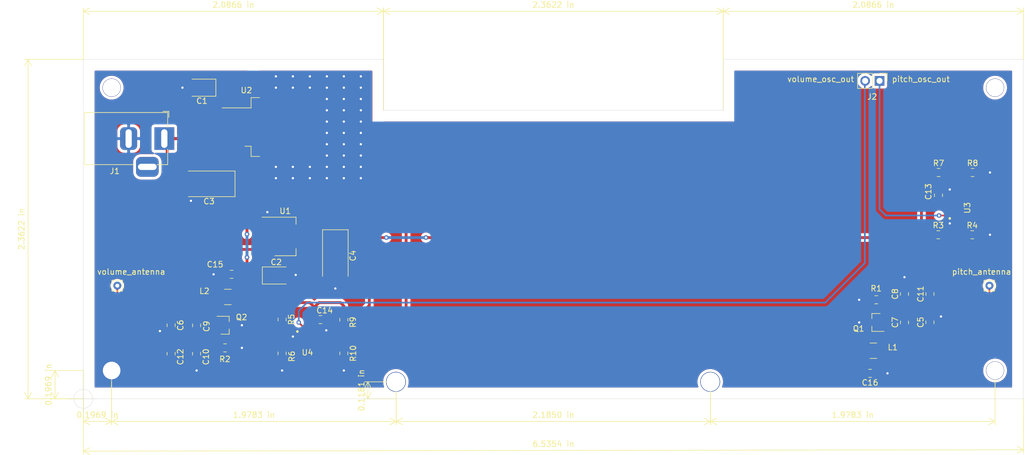
<source format=kicad_pcb>
(kicad_pcb (version 20171130) (host pcbnew "(5.1.4)-1")
  (layers (0 F.Cu signal) (31 B.Cu power) (34 B.Paste user) (35 F.Paste user) (36 B.SilkS user) (37 F.SilkS user) (38 B.Mask user) (39 F.Mask user) (44 Edge.Cuts user))
  (net 0 "")
  (net 1 GND)
  (net 2 +12V)
  (net 3 +9VA)
  (net 4 +3V3)
  (net 5 pitch_antenna)
  (net 6 volume_antenna)
  (net 7 "Net-(C11-Pad1)")
  (net 8 "Net-(C10-Pad1)")
  (net 9 "Net-(C11-Pad2)")
  (net 10 "Net-(C12-Pad2)")
  (net 11 pitch_osc_out)
  (net 12 "Net-(R7-Pad2)")
  (net 13 "Net-(R10-Pad1)")
  (net 14 volume_osc_out)
  (module Connector_PinHeader_2.54mm:PinHeader_1x02_P2.54mm_Vertical (layer F.Cu) (at 190.6 63.8 270)
    (fp_text reference J2 (at 2.8 1.3 180) (layer F.SilkS))
    (fp_text value Conn_01x02_Male)
    (pad 2 thru_hole oval (at 0 2.54 270) (size 1.7 1.7) (drill 1.07) (layers *.Cu *.Mask) (net 14 volume_osc_out))
    (pad 1 thru_hole rect (at 0 0 270) (size 1.7 1.7) (drill 1.07) (layers *.Cu *.Mask) (net 11 pitch_osc_out))
  )
  (module Capacitor_Tantalum_SMD:CP_EIA-3528-21_Kemet-B (layer F.Cu) (at 84.0625 98.2)
    (fp_text reference C2 (at 0 -2.35) (layer F.SilkS))
    (fp_text value 10uF)
    (pad 2 smd roundrect (at 1.5375 0) (size 1.725 2.35) (layers F.Cu F.Paste F.Mask) (roundrect_rratio 0.189) (net 1 GND))
    (pad 1 smd roundrect (at -1.5375 0) (size 1.725 2.35) (layers F.Cu F.Paste F.Mask) (roundrect_rratio 0.189) (net 2 +12V))
  )
  (module Capacitor_Tantalum_SMD:CP_EIA-3528-21_Kemet-B (layer F.Cu) (at 70.9375 65 180)
    (fp_text reference C1 (at 0 -2.35) (layer F.SilkS))
    (fp_text value 10uF)
    (pad 2 smd roundrect (at 1.5375 0 180) (size 1.725 2.35) (layers F.Cu F.Paste F.Mask) (roundrect_rratio 0.189) (net 1 GND))
    (pad 1 smd roundrect (at -1.5375 0 180) (size 1.725 2.35) (layers F.Cu F.Paste F.Mask) (roundrect_rratio 0.189) (net 2 +12V))
  )
  (module PCB_Pitch_Antenna:SC6 (layer F.Cu) (at 203.35 87)
    (fp_text reference U3 (at 2.75 -0.75 90) (layer F.SilkS))
    (fp_text value LTC6752-4)
    (pad 1 smd rect (at 0 0) (size 0.45 1) (layers F.Cu F.Mask) (net 11 pitch_osc_out))
    (pad 2 smd rect (at 0.65 0) (size 0.45 1) (layers F.Cu F.Mask) (net 1 GND))
    (pad 3 smd rect (at 1.3 0) (size 0.45 1) (layers F.Cu F.Mask) (net 9 "Net-(C11-Pad2)"))
    (pad 4 smd rect (at 1.3 -1.8) (size 0.45 1) (layers F.Cu F.Mask) (net 12 "Net-(R7-Pad2)"))
    (pad 5 smd rect (at 0.65 -1.8) (size 0.45 1) (layers F.Cu F.Mask) (net 4 +3V3))
    (pad 6 smd rect (at 0 -1.8) (size 0.45 1) (layers F.Cu F.Mask) (net 4 +3V3))
  )
  (module PCB_Pitch_Antenna:SC6 (layer F.Cu) (at 89 108.35 270)
    (fp_text reference U4 (at 3.46 -0.58) (layer F.SilkS))
    (fp_text value LTC6752-4)
    (pad 1 smd rect (at 0 0 270) (size 0.45 1) (layers F.Cu F.Mask) (net 14 volume_osc_out))
    (pad 2 smd rect (at 0.65 0 270) (size 0.45 1) (layers F.Cu F.Mask) (net 1 GND))
    (pad 3 smd rect (at 1.3 0 270) (size 0.45 1) (layers F.Cu F.Mask) (net 10 "Net-(C12-Pad2)"))
    (pad 4 smd rect (at 1.3 -1.8 270) (size 0.45 1) (layers F.Cu F.Mask) (net 13 "Net-(R10-Pad1)"))
    (pad 5 smd rect (at 0.65 -1.8 270) (size 0.45 1) (layers F.Cu F.Mask) (net 4 +3V3))
    (pad 6 smd rect (at 0 -1.8 270) (size 0.45 1) (layers F.Cu F.Mask) (net 4 +3V3))
  )
  (module Capacitor_SMD:C_0805_2012Metric_Pad1.15x1.40mm_HandSolder (layer F.Cu) (at 188.925 115.5 180)
    (fp_text reference C16 (at 0 -1.65) (layer F.SilkS))
    (fp_text value 100n)
    (pad 2 smd roundrect (at 1.025 0 180) (size 1.15 1.4) (layers F.Cu F.Paste F.Mask) (roundrect_rratio 0.217391) (net 3 +9VA))
    (pad 1 smd roundrect (at -1.025 0 180) (size 1.15 1.4) (layers F.Cu F.Paste F.Mask) (roundrect_rratio 0.217391) (net 1 GND))
  )
  (module Capacitor_SMD:C_0805_2012Metric_Pad1.15x1.40mm_HandSolder (layer F.Cu) (at 76.175 98)
    (fp_text reference C15 (at -2.905 -1.75) (layer F.SilkS))
    (fp_text value 100n)
    (pad 2 smd roundrect (at 1.025 0) (size 1.15 1.4) (layers F.Cu F.Paste F.Mask) (roundrect_rratio 0.217391) (net 3 +9VA))
    (pad 1 smd roundrect (at -1.025 0) (size 1.15 1.4) (layers F.Cu F.Paste F.Mask) (roundrect_rratio 0.217391) (net 1 GND))
  )
  (module Package_TO_SOT_SMD:TO-263-2 (layer F.Cu) (at 82.575 71.96)
    (fp_text reference U2 (at -3.775 -6.49) (layer F.SilkS))
    (fp_text value MC7809CD2TG)
    (pad 2 smd rect (at 3.375 0) (size 9.7 12) (layers F.Cu F.Mask) (net 1 GND))
    (pad 3 smd rect (at -5.775 2.54) (size 6 2.32) (layers F.Cu F.Paste F.Mask) (net 3 +9VA))
    (pad 1 smd rect (at -5.775 -2.54) (size 6 2.32) (layers F.Cu F.Paste F.Mask) (net 2 +12V))
  )
  (module Capacitor_SMD:C_0805_2012Metric_Pad1.15x1.40mm_HandSolder (layer F.Cu) (at 91.875 106)
    (fp_text reference C14 (at 0.745 -1.62) (layer F.SilkS))
    (fp_text value 100n)
    (pad 2 smd roundrect (at 1.025 0) (size 1.15 1.4) (layers F.Cu F.Paste F.Mask) (roundrect_rratio 0.217391) (net 1 GND))
    (pad 1 smd roundrect (at -1.025 0) (size 1.15 1.4) (layers F.Cu F.Paste F.Mask) (roundrect_rratio 0.217391) (net 4 +3V3))
  )
  (module Capacitor_SMD:C_0805_2012Metric_Pad1.15x1.40mm_HandSolder (layer F.Cu) (at 201 84.025 90)
    (fp_text reference C13 (at 0.635 -1.77 90) (layer F.SilkS))
    (fp_text value 100n)
    (pad 2 smd roundrect (at 1.025 0 90) (size 1.15 1.4) (layers F.Cu F.Paste F.Mask) (roundrect_rratio 0.217391) (net 1 GND))
    (pad 1 smd roundrect (at -1.025 0 90) (size 1.15 1.4) (layers F.Cu F.Paste F.Mask) (roundrect_rratio 0.217391) (net 4 +3V3))
  )
  (module Package_TO_SOT_SMD:SOT-223-3_TabPin2 (layer F.Cu) (at 85.65 91.3)
    (fp_text reference U1 (at 0 -4.5) (layer F.SilkS))
    (fp_text value LT1117-3.3V)
    (pad 1 smd rect (at -3.15 -2.3) (size 2 1.5) (layers F.Cu F.Paste F.Mask) (net 1 GND))
    (pad 3 smd rect (at -3.15 2.3) (size 2 1.5) (layers F.Cu F.Paste F.Mask) (net 2 +12V))
    (pad 2 smd rect (at -3.15 0) (size 2 1.5) (layers F.Cu F.Paste F.Mask) (net 4 +3V3))
    (pad 2 smd rect (at 3.15 0) (size 2 3.8) (layers F.Cu F.Paste F.Mask) (net 4 +3V3))
  )
  (module Resistor_SMD:R_0805_2012Metric_Pad1.15x1.40mm_HandSolder (layer F.Cu) (at 96 111.975 270)
    (fp_text reference R10 (at 0 -1.65 90) (layer F.SilkS))
    (fp_text value 10k)
    (pad 2 smd roundrect (at 1.025 0 270) (size 1.15 1.4) (layers F.Cu F.Paste F.Mask) (roundrect_rratio 0.217391) (net 1 GND))
    (pad 1 smd roundrect (at -1.025 0 270) (size 1.15 1.4) (layers F.Cu F.Paste F.Mask) (roundrect_rratio 0.217391) (net 13 "Net-(R10-Pad1)"))
  )
  (module Resistor_SMD:R_0805_2012Metric_Pad1.15x1.40mm_HandSolder (layer F.Cu) (at 96 106.025 270)
    (fp_text reference R9 (at 0.435 -1.61 90) (layer F.SilkS))
    (fp_text value 10k)
    (pad 2 smd roundrect (at 1.025 0 270) (size 1.15 1.4) (layers F.Cu F.Paste F.Mask) (roundrect_rratio 0.217391) (net 13 "Net-(R10-Pad1)"))
    (pad 1 smd roundrect (at -1.025 0 270) (size 1.15 1.4) (layers F.Cu F.Paste F.Mask) (roundrect_rratio 0.217391) (net 4 +3V3))
  )
  (module Resistor_SMD:R_0805_2012Metric_Pad1.15x1.40mm_HandSolder (layer F.Cu) (at 207.025 80)
    (fp_text reference R8 (at 0 -1.65) (layer F.SilkS))
    (fp_text value 10k)
    (pad 2 smd roundrect (at 1.025 0) (size 1.15 1.4) (layers F.Cu F.Paste F.Mask) (roundrect_rratio 0.217391) (net 1 GND))
    (pad 1 smd roundrect (at -1.025 0) (size 1.15 1.4) (layers F.Cu F.Paste F.Mask) (roundrect_rratio 0.217391) (net 12 "Net-(R7-Pad2)"))
  )
  (module Resistor_SMD:R_0805_2012Metric_Pad1.15x1.40mm_HandSolder (layer F.Cu) (at 201.025 80)
    (fp_text reference R7 (at 0 -1.65) (layer F.SilkS))
    (fp_text value 10k)
    (pad 2 smd roundrect (at 1.025 0) (size 1.15 1.4) (layers F.Cu F.Paste F.Mask) (roundrect_rratio 0.217391) (net 12 "Net-(R7-Pad2)"))
    (pad 1 smd roundrect (at -1.025 0) (size 1.15 1.4) (layers F.Cu F.Paste F.Mask) (roundrect_rratio 0.217391) (net 4 +3V3))
  )
  (module Resistor_SMD:R_0805_2012Metric_Pad1.15x1.40mm_HandSolder (layer F.Cu) (at 85.1 111.975 270)
    (fp_text reference R6 (at 0.525 -1.72 90) (layer F.SilkS))
    (fp_text value 10k)
    (pad 2 smd roundrect (at 1.025 0 270) (size 1.15 1.4) (layers F.Cu F.Paste F.Mask) (roundrect_rratio 0.217) (net 1 GND))
    (pad 1 smd roundrect (at -1.025 0 270) (size 1.15 1.4) (layers F.Cu F.Paste F.Mask) (roundrect_rratio 0.217391) (net 10 "Net-(C12-Pad2)"))
  )
  (module Resistor_SMD:R_0805_2012Metric_Pad1.15x1.40mm_HandSolder (layer F.Cu) (at 85.1 105.975 270)
    (fp_text reference R5 (at 0 -1.65 90) (layer F.SilkS))
    (fp_text value 10k)
    (pad 2 smd roundrect (at 1.025 0 270) (size 1.15 1.4) (layers F.Cu F.Paste F.Mask) (roundrect_rratio 0.217391) (net 10 "Net-(C12-Pad2)"))
    (pad 1 smd roundrect (at -1.025 0 270) (size 1.15 1.4) (layers F.Cu F.Paste F.Mask) (roundrect_rratio 0.217391) (net 4 +3V3))
  )
  (module Resistor_SMD:R_0805_2012Metric_Pad1.15x1.40mm_HandSolder (layer F.Cu) (at 206.975 91)
    (fp_text reference R4 (at 0 -1.65) (layer F.SilkS))
    (fp_text value 10k)
    (pad 2 smd roundrect (at 1.025 0) (size 1.15 1.4) (layers F.Cu F.Paste F.Mask) (roundrect_rratio 0.217391) (net 1 GND))
    (pad 1 smd roundrect (at -1.025 0) (size 1.15 1.4) (layers F.Cu F.Paste F.Mask) (roundrect_rratio 0.217391) (net 9 "Net-(C11-Pad2)"))
  )
  (module Resistor_SMD:R_0805_2012Metric_Pad1.15x1.40mm_HandSolder (layer F.Cu) (at 200.975 91)
    (fp_text reference R3 (at 0 -1.65) (layer F.SilkS))
    (fp_text value 10k)
    (pad 2 smd roundrect (at 1.025 0) (size 1.15 1.4) (layers F.Cu F.Paste F.Mask) (roundrect_rratio 0.217391) (net 9 "Net-(C11-Pad2)"))
    (pad 1 smd roundrect (at -1.025 0) (size 1.15 1.4) (layers F.Cu F.Paste F.Mask) (roundrect_rratio 0.217391) (net 4 +3V3))
  )
  (module Resistor_SMD:R_0805_2012Metric_Pad1.15x1.40mm_HandSolder (layer F.Cu) (at 75.025 111)
    (fp_text reference R2 (at -0.025 2) (layer F.SilkS))
    (fp_text value 4.7k)
    (pad 2 smd roundrect (at 1.025 0) (size 1.15 1.4) (layers F.Cu F.Paste F.Mask) (roundrect_rratio 0.217391) (net 1 GND))
    (pad 1 smd roundrect (at -1.025 0) (size 1.15 1.4) (layers F.Cu F.Paste F.Mask) (roundrect_rratio 0.217391) (net 8 "Net-(C10-Pad1)"))
  )
  (module Resistor_SMD:R_0805_2012Metric_Pad1.15x1.40mm_HandSolder (layer F.Cu) (at 190.025 102.5 180)
    (fp_text reference R1 (at 0.025 2) (layer F.SilkS))
    (fp_text value 4.7k)
    (pad 2 smd roundrect (at 1.025 0 180) (size 1.15 1.4) (layers F.Cu F.Paste F.Mask) (roundrect_rratio 0.217391) (net 1 GND))
    (pad 1 smd roundrect (at -1.025 0 180) (size 1.15 1.4) (layers F.Cu F.Paste F.Mask) (roundrect_rratio 0.217391) (net 7 "Net-(C11-Pad1)"))
  )
  (module Package_TO_SOT_SMD:SOT-23 (layer F.Cu) (at 75 107)
    (fp_text reference Q2 (at 2.93 -1.41) (layer F.SilkS))
    (fp_text value J113)
    (pad 3 smd rect (at 1 0) (size 1.4 1) (layers F.Cu F.Paste F.Mask) (net 1 GND))
    (pad 2 smd rect (at -1 0.95) (size 1.4 1) (layers F.Cu F.Paste F.Mask) (net 8 "Net-(C10-Pad1)"))
    (pad 1 smd rect (at -1 -0.95) (size 1.4 1) (layers F.Cu F.Paste F.Mask) (net 6 volume_antenna))
  )
  (module Package_TO_SOT_SMD:SOT-23 (layer F.Cu) (at 190 106.5 180)
    (fp_text reference Q1 (at 3.1 -1.11) (layer F.SilkS))
    (fp_text value J113)
    (pad 3 smd rect (at 1 0 180) (size 1.4 1) (layers F.Cu F.Paste F.Mask) (net 1 GND))
    (pad 2 smd rect (at -1 0.95 180) (size 1.4 1) (layers F.Cu F.Paste F.Mask) (net 7 "Net-(C11-Pad1)"))
    (pad 1 smd rect (at -1 -0.95 180) (size 1.4 1) (layers F.Cu F.Paste F.Mask) (net 5 pitch_antenna))
  )
  (module Inductor_SMD:L_1210_3225Metric_Pad1.42x2.65mm_HandSolder (layer F.Cu) (at 75.5125 102 180)
    (fp_text reference L2 (at 4.1325 1.04) (layer F.SilkS))
    (fp_text value 1m)
    (pad 2 smd roundrect (at 1.4875 0 180) (size 1.425 2.65) (layers F.Cu F.Paste F.Mask) (roundrect_rratio 0.175439) (net 6 volume_antenna))
    (pad 1 smd roundrect (at -1.4875 0 180) (size 1.425 2.65) (layers F.Cu F.Paste F.Mask) (roundrect_rratio 0.175439) (net 3 +9VA))
  )
  (module Inductor_SMD:L_1210_3225Metric_Pad1.42x2.65mm_HandSolder (layer F.Cu) (at 189.5125 111.5)
    (fp_text reference L1 (at 3.4275 -0.6) (layer F.SilkS))
    (fp_text value 1m)
    (pad 2 smd roundrect (at 1.4875 0) (size 1.425 2.65) (layers F.Cu F.Paste F.Mask) (roundrect_rratio 0.175439) (net 5 pitch_antenna))
    (pad 1 smd roundrect (at -1.4875 0) (size 1.425 2.65) (layers F.Cu F.Paste F.Mask) (roundrect_rratio 0.175439) (net 3 +9VA))
  )
  (module Connector_Pin:Pin_D0.7mm_L6.5mm_W1.8mm_FlatFork (layer F.Cu) (at 210 100)
    (fp_text reference pitch_antenna (at -1.38 -2.45) (layer F.SilkS))
    (fp_text value Conn_01x01_Male)
    (pad 1 thru_hole circle (at 0 0) (size 1.4 1.4) (drill 0.7) (layers *.Cu *.Mask) (net 5 pitch_antenna))
  )
  (module Connector_Pin:Pin_D0.7mm_L6.5mm_W1.8mm_FlatFork (layer F.Cu) (at 56 100)
    (fp_text reference volume_antenna (at 2.46 -2.45) (layer F.SilkS))
    (fp_text value Conn_01x01_Male)
    (pad 1 thru_hole circle (at 0 0) (size 1.4 1.4) (drill 0.7) (layers *.Cu *.Mask) (net 6 volume_antenna))
  )
  (module Connector_BarrelJack:BarrelJack_Horizontal (layer F.Cu) (at 64 74)
    (fp_text reference J1 (at -8.45 5.75) (layer F.SilkS))
    (fp_text value Barrel_Jack_MountingPin)
    (pad 3 thru_hole roundrect (at -2.7 5) (size 4 3.5) (drill oval 3.3 1.1) (layers *.Cu *.Mask))
    (pad 2 thru_hole roundrect (at -6 0) (size 3 4) (drill oval 1.1 3.3) (layers *.Cu *.Mask) (net 1 GND))
    (pad 1 thru_hole rect (at 0.3 0) (size 3.5 4) (drill oval 1.1 3.3) (layers *.Cu *.Mask) (net 2 +12V))
  )
  (module Capacitor_SMD:C_0805_2012Metric_Pad1.15x1.40mm_HandSolder (layer F.Cu) (at 65.5 112.025 270)
    (fp_text reference C12 (at 0.555 -1.64 90) (layer F.SilkS))
    (fp_text value 120p)
    (pad 2 smd roundrect (at 1.025 0 270) (size 1.15 1.4) (layers F.Cu F.Paste F.Mask) (roundrect_rratio 0.217391) (net 10 "Net-(C12-Pad2)"))
    (pad 1 smd roundrect (at -1.025 0 270) (size 1.15 1.4) (layers F.Cu F.Paste F.Mask) (roundrect_rratio 0.217391) (net 8 "Net-(C10-Pad1)"))
  )
  (module Capacitor_SMD:C_0805_2012Metric_Pad1.15x1.40mm_HandSolder (layer F.Cu) (at 199.5 101.475 90)
    (fp_text reference C11 (at 0 -1.65 90) (layer F.SilkS))
    (fp_text value 120p)
    (pad 2 smd roundrect (at 1.025 0 90) (size 1.15 1.4) (layers F.Cu F.Paste F.Mask) (roundrect_rratio 0.217391) (net 9 "Net-(C11-Pad2)"))
    (pad 1 smd roundrect (at -1.025 0 90) (size 1.15 1.4) (layers F.Cu F.Paste F.Mask) (roundrect_rratio 0.217391) (net 7 "Net-(C11-Pad1)"))
  )
  (module Capacitor_SMD:C_0805_2012Metric_Pad1.15x1.40mm_HandSolder (layer F.Cu) (at 70 112.025 270)
    (fp_text reference C10 (at 0.555 -1.66 90) (layer F.SilkS))
    (fp_text value 100p)
    (pad 2 smd roundrect (at 1.025 0 270) (size 1.15 1.4) (layers F.Cu F.Paste F.Mask) (roundrect_rratio 0.217391) (net 1 GND))
    (pad 1 smd roundrect (at -1.025 0 270) (size 1.15 1.4) (layers F.Cu F.Paste F.Mask) (roundrect_rratio 0.217391) (net 8 "Net-(C10-Pad1)"))
  )
  (module Capacitor_SMD:C_0805_2012Metric_Pad1.15x1.40mm_HandSolder (layer F.Cu) (at 70 107.025 270)
    (fp_text reference C9 (at 0.165 -1.76 90) (layer F.SilkS))
    (fp_text value 270p)
    (pad 2 smd roundrect (at 1.025 0 270) (size 1.15 1.4) (layers F.Cu F.Paste F.Mask) (roundrect_rratio 0.217391) (net 8 "Net-(C10-Pad1)"))
    (pad 1 smd roundrect (at -1.025 0 270) (size 1.15 1.4) (layers F.Cu F.Paste F.Mask) (roundrect_rratio 0.217391) (net 6 volume_antenna))
  )
  (module Capacitor_SMD:C_0805_2012Metric_Pad1.15x1.40mm_HandSolder (layer F.Cu) (at 195 101.475 90)
    (fp_text reference C8 (at 0 -1.65 90) (layer F.SilkS))
    (fp_text value 100p)
    (pad 2 smd roundrect (at 1.025 0 90) (size 1.15 1.4) (layers F.Cu F.Paste F.Mask) (roundrect_rratio 0.217391) (net 1 GND))
    (pad 1 smd roundrect (at -1.025 0 90) (size 1.15 1.4) (layers F.Cu F.Paste F.Mask) (roundrect_rratio 0.217391) (net 7 "Net-(C11-Pad1)"))
  )
  (module Capacitor_SMD:C_0805_2012Metric_Pad1.15x1.40mm_HandSolder (layer F.Cu) (at 195 106.5 90)
    (fp_text reference C7 (at 0 -1.65 90) (layer F.SilkS))
    (fp_text value 270p)
    (pad 2 smd roundrect (at 1.025 0 90) (size 1.15 1.4) (layers F.Cu F.Paste F.Mask) (roundrect_rratio 0.217391) (net 7 "Net-(C11-Pad1)"))
    (pad 1 smd roundrect (at -1.025 0 90) (size 1.15 1.4) (layers F.Cu F.Paste F.Mask) (roundrect_rratio 0.217391) (net 5 pitch_antenna))
  )
  (module Capacitor_SMD:C_0805_2012Metric_Pad1.15x1.40mm_HandSolder (layer F.Cu) (at 65.5 107 270)
    (fp_text reference C6 (at 0 -1.65 90) (layer F.SilkS))
    (fp_text value 4.7p)
    (pad 2 smd roundrect (at 1.025 0 270) (size 1.15 1.4) (layers F.Cu F.Paste F.Mask) (roundrect_rratio 0.217391) (net 1 GND))
    (pad 1 smd roundrect (at -1.025 0 270) (size 1.15 1.4) (layers F.Cu F.Paste F.Mask) (roundrect_rratio 0.217391) (net 6 volume_antenna))
  )
  (module Capacitor_SMD:C_0805_2012Metric_Pad1.15x1.40mm_HandSolder (layer F.Cu) (at 199.5 106.475 90)
    (fp_text reference C5 (at 0 -1.65 90) (layer F.SilkS))
    (fp_text value 4.7p)
    (pad 2 smd roundrect (at 1.025 0 90) (size 1.15 1.4) (layers F.Cu F.Paste F.Mask) (roundrect_rratio 0.217391) (net 1 GND))
    (pad 1 smd roundrect (at -1.025 0 90) (size 1.15 1.4) (layers F.Cu F.Paste F.Mask) (roundrect_rratio 0.217391) (net 5 pitch_antenna))
  )
  (module Capacitor_Tantalum_SMD:CP_EIA-7343-43_Kemet-X_Pad2.25x2.55mm_HandSolder (layer F.Cu) (at 94.5 94.7 270)
    (fp_text reference C4 (at 0 -3.1 90) (layer F.SilkS))
    (fp_text value 100uF)
    (pad 2 smd roundrect (at 3.2 0 270) (size 2.55 2.85) (layers F.Cu F.Paste F.Mask) (roundrect_rratio 0.111) (net 1 GND))
    (pad 1 smd roundrect (at -3.2 0 270) (size 2.55 2.85) (layers F.Cu F.Paste F.Mask) (roundrect_rratio 0.111) (net 4 +3V3))
  )
  (module Capacitor_Tantalum_SMD:CP_EIA-7343-43_Kemet-X_Pad2.25x2.55mm_HandSolder (layer F.Cu) (at 72.2 82 180)
    (fp_text reference C3 (at 0 -3.1) (layer F.SilkS))
    (fp_text value 100uF)
    (pad 2 smd roundrect (at 3.2 0 180) (size 2.55 2.85) (layers F.Cu F.Paste F.Mask) (roundrect_rratio 0.111) (net 1 GND))
    (pad 1 smd roundrect (at -3.2 0 180) (size 2.55 2.85) (layers F.Cu F.Paste F.Mask) (roundrect_rratio 0.111) (net 3 +9VA))
  )
  (dimension 53 (width 0.12) (layer F.SilkS) (gr_text "53.000 mm" (at 189.5 50.23) (layer F.SilkS) (effects (font (size 1 1) (thickness 0.15)))) (feature1 (pts (xy 163 60) (xy 163 50.913579))) (feature2 (pts (xy 216 60) (xy 216 50.913579))) (crossbar (pts (xy 216 51.5) (xy 163 51.5))) (arrow1a (pts (xy 163 51.5) (xy 164.126504 50.913579))) (arrow1b (pts (xy 163 51.5) (xy 164.126504 52.086421))) (arrow2a (pts (xy 216 51.5) (xy 214.873496 50.913579))) (arrow2b (pts (xy 216 51.5) (xy 214.873496 52.086421))))
  (dimension 60 (width 0.12) (layer F.SilkS) (gr_text "60.000 mm" (at 133 50.23) (layer F.SilkS) (effects (font (size 1 1) (thickness 0.15)))) (feature1 (pts (xy 103 69) (xy 103 50.913579))) (feature2 (pts (xy 163 69) (xy 163 50.913579))) (crossbar (pts (xy 163 51.5) (xy 103 51.5))) (arrow1a (pts (xy 103 51.5) (xy 104.126504 50.913579))) (arrow1b (pts (xy 103 51.5) (xy 104.126504 52.086421))) (arrow2a (pts (xy 163 51.5) (xy 161.873496 50.913579))) (arrow2b (pts (xy 163 51.5) (xy 161.873496 52.086421))))
  (dimension 53 (width 0.12) (layer F.SilkS) (gr_text "53.000 mm" (at 76.5 50.23) (layer F.SilkS) (effects (font (size 1 1) (thickness 0.15)))) (feature1 (pts (xy 50 60) (xy 50 50.913579))) (feature2 (pts (xy 103 60) (xy 103 50.913579))) (crossbar (pts (xy 103 51.5) (xy 50 51.5))) (arrow1a (pts (xy 50 51.5) (xy 51.126504 50.913579))) (arrow1b (pts (xy 50 51.5) (xy 51.126504 52.086421))) (arrow2a (pts (xy 103 51.5) (xy 101.873496 50.913579))) (arrow2b (pts (xy 103 51.5) (xy 101.873496 52.086421))))
  (dimension 60 (width 0.12) (layer F.SilkS) (gr_text "60.000 mm" (at 38.98 90 270) (layer F.SilkS) (effects (font (size 1 1) (thickness 0.15)))) (feature1 (pts (xy 50 120) (xy 39.663579 120))) (feature2 (pts (xy 50 60) (xy 39.663579 60))) (crossbar (pts (xy 40.25 60) (xy 40.25 120))) (arrow1a (pts (xy 40.25 120) (xy 39.663579 118.873496))) (arrow1b (pts (xy 40.25 120) (xy 40.836421 118.873496))) (arrow2a (pts (xy 40.25 60) (xy 39.663579 61.126504))) (arrow2b (pts (xy 40.25 60) (xy 40.836421 61.126504))))
  (dimension 166.000188 (width 0.12) (layer F.SilkS) (gr_text "166.000 mm" (at 133.015481 130.404014 0.08628875933) (layer F.SilkS) (effects (font (size 1 1) (thickness 0.15)))) (feature1 (pts (xy 50 120.25) (xy 50.014451 129.845435))) (feature2 (pts (xy 216 120) (xy 216.014451 129.595435))) (crossbar (pts (xy 216.013568 129.009015) (xy 50.013568 129.259015))) (arrow1a (pts (xy 50.013568 129.259015) (xy 51.139187 128.670898))) (arrow1b (pts (xy 50.013568 129.259015) (xy 51.140954 129.843739))) (arrow2a (pts (xy 216.013568 129.009015) (xy 214.886182 128.424291))) (arrow2b (pts (xy 216.013568 129.009015) (xy 214.887949 129.597132))))
  (dimension 50.25 (width 0.12) (layer F.SilkS) (gr_text "50.250 mm" (at 185.875 125.27) (layer F.SilkS) (effects (font (size 1 1) (thickness 0.15)))) (feature1 (pts (xy 160.75 115) (xy 160.75 124.586421))) (feature2 (pts (xy 211 115) (xy 211 124.586421))) (crossbar (pts (xy 211 124) (xy 160.75 124))) (arrow1a (pts (xy 160.75 124) (xy 161.876504 123.413579))) (arrow1b (pts (xy 160.75 124) (xy 161.876504 124.586421))) (arrow2a (pts (xy 211 124) (xy 209.873496 123.413579))) (arrow2b (pts (xy 211 124) (xy 209.873496 124.586421))))
  (dimension 3 (width 0.12) (layer F.SilkS) (gr_text "3.000 mm" (at 98.98 118.5 270) (layer F.SilkS) (effects (font (size 1 1) (thickness 0.15)))) (feature1 (pts (xy 105.25 120) (xy 99.663579 120))) (feature2 (pts (xy 105.25 117) (xy 99.663579 117))) (crossbar (pts (xy 100.25 117) (xy 100.25 120))) (arrow1a (pts (xy 100.25 120) (xy 99.663579 118.873496))) (arrow1b (pts (xy 100.25 120) (xy 100.836421 118.873496))) (arrow2a (pts (xy 100.25 117) (xy 99.663579 118.126504))) (arrow2b (pts (xy 100.25 117) (xy 100.836421 118.126504))))
  (dimension 50.25 (width 0.12) (layer F.SilkS) (gr_text "50.250 mm" (at 80.125 125.27) (layer F.SilkS) (effects (font (size 1 1) (thickness 0.15)))) (feature1 (pts (xy 55 117) (xy 55 124.586421))) (feature2 (pts (xy 105.25 117) (xy 105.25 124.586421))) (crossbar (pts (xy 105.25 124) (xy 55 124))) (arrow1a (pts (xy 55 124) (xy 56.126504 123.413579))) (arrow1b (pts (xy 55 124) (xy 56.126504 124.586421))) (arrow2a (pts (xy 105.25 124) (xy 104.123496 123.413579))) (arrow2b (pts (xy 105.25 124) (xy 104.123496 124.586421))))
  (dimension 55.5 (width 0.12) (layer F.SilkS) (gr_text "55.500 mm" (at 133 125.27) (layer F.SilkS) (effects (font (size 1 1) (thickness 0.15)))) (feature1 (pts (xy 105.25 117) (xy 105.25 124.586421))) (feature2 (pts (xy 160.75 117) (xy 160.75 124.586421))) (crossbar (pts (xy 160.75 124) (xy 105.25 124))) (arrow1a (pts (xy 105.25 124) (xy 106.376504 123.413579))) (arrow1b (pts (xy 105.25 124) (xy 106.376504 124.586421))) (arrow2a (pts (xy 160.75 124) (xy 159.623496 123.413579))) (arrow2b (pts (xy 160.75 124) (xy 159.623496 124.586421))))
  (dimension 5 (width 0.12) (layer F.SilkS) (gr_text "5.000 mm" (at 43.73 117.5 90) (layer F.SilkS) (effects (font (size 1 1) (thickness 0.15)))) (feature1 (pts (xy 50 115) (xy 44.413579 115))) (feature2 (pts (xy 50 120) (xy 44.413579 120))) (crossbar (pts (xy 45 120) (xy 45 115))) (arrow1a (pts (xy 45 115) (xy 45.586421 116.126504))) (arrow1b (pts (xy 45 115) (xy 44.413579 116.126504))) (arrow2a (pts (xy 45 120) (xy 45.586421 118.873496))) (arrow2b (pts (xy 45 120) (xy 44.413579 118.873496))))
  (dimension 5 (width 0.12) (layer F.SilkS) (gr_text "5.000 mm" (at 52.5 125.27) (layer F.SilkS) (effects (font (size 1 1) (thickness 0.15)))) (feature1 (pts (xy 55 115) (xy 55 124.586421))) (feature2 (pts (xy 50 115) (xy 50 124.586421))) (crossbar (pts (xy 50 124) (xy 55 124))) (arrow1a (pts (xy 55 124) (xy 53.873496 124.586421))) (arrow1b (pts (xy 55 124) (xy 53.873496 123.413579))) (arrow2a (pts (xy 50 124) (xy 51.126504 124.586421))) (arrow2b (pts (xy 50 124) (xy 51.126504 123.413579))))
  (gr_line (start 216 120) (end 50 120) (layer Edge.Cuts) (width 0.05))
  (gr_line (start 216 60) (end 216 120) (layer Edge.Cuts) (width 0.05))
  (gr_line (start 163 60) (end 216 60) (layer Edge.Cuts) (width 0.05))
  (gr_line (start 163 69) (end 163 60) (layer Edge.Cuts) (width 0.05))
  (gr_line (start 103 69) (end 163 69) (layer Edge.Cuts) (width 0.05))
  (gr_line (start 103 60) (end 103 69) (layer Edge.Cuts) (width 0.05))
  (gr_line (start 50 60) (end 103 60) (layer Edge.Cuts) (width 0.05))
  (gr_line (start 50 120) (end 50 60) (layer Edge.Cuts) (width 0.05))
  (gr_text . (at 203 87.5) (layer F.SilkS) (effects (font (size 1.5 1.5) (thickness 0.3))))
  (gr_text . (at 203 87.5) (layer F.Cu) (effects (font (size 1.5 1.5) (thickness 0.3))))
  (gr_text . (at 87.8 107.5) (layer F.SilkS) (effects (font (size 1.5 1.5) (thickness 0.3))))
  (gr_text . (at 87.8 107.5) (layer F.Cu) (effects (font (size 1.5 1.5) (thickness 0.3))))
  (gr_text volume_osc_out (at 180.2 63.5) (layer F.SilkS) (effects (font (size 1 1))))
  (gr_text pitch_osc_out (at 197.9 63.5) (layer F.SilkS) (effects (font (size 1 1))))
  (target plus (at 50 120) (size 5) (width 0.05) (layer Edge.Cuts))
  (via (at 160.7 117) (size 3.5) (drill 3.3) (layers F.Cu B.Cu) (net 0))
  (via (at 55 65) (size 3.2) (drill 3.1) (layers F.Cu B.Cu) (net 0))
  (via (at 211 65) (size 3.2) (drill 3.1) (layers F.Cu B.Cu) (net 0))
  (via (at 211 115) (size 3.2) (drill 3.1) (layers F.Cu B.Cu) (net 0))
  (via (at 105.2 117) (size 3.5) (drill 3.3) (layers F.Cu B.Cu) (net 0))
  (via (at 55 115) (size 3.2) (drill 3.1) (layers F.Cu B.Cu) (net 1))
  (segment (start 76.05 107.05) (end 76 107) (width 0.3) (layer F.Cu) (net 1))
  (via (at 78 111.000062) (size 0.8) (drill 0.4) (layers F.Cu B.Cu) (net 1))
  (segment (start 77.999938 111) (end 78 111.000062) (width 0.3) (layer F.Cu) (net 1))
  (segment (start 76.05 111) (end 77.999938 111) (width 0.3) (layer F.Cu) (net 1))
  (segment (start 70 113.05) (end 70 115) (width 0.3) (layer F.Cu) (net 1))
  (via (at 70 115) (size 0.8) (drill 0.4) (layers F.Cu B.Cu) (net 1))
  (segment (start 65.5 108.025) (end 63.525 108.025) (width 0.3) (layer F.Cu) (net 1))
  (via (at 63.525 108.025) (size 0.8) (drill 0.4) (layers F.Cu B.Cu) (net 1))
  (segment (start 189 102.5) (end 187 102.5) (width 0.3) (layer F.Cu) (net 1))
  (via (at 187 102.5) (size 0.8) (drill 0.4) (layers F.Cu B.Cu) (net 1))
  (segment (start 189 106.5) (end 187 106.5) (width 0.3) (layer F.Cu) (net 1))
  (via (at 187 106.5) (size 0.8) (drill 0.4) (layers F.Cu B.Cu) (net 1))
  (via (at 84 65) (size 0.8) (drill 0.4) (layers F.Cu B.Cu) (net 1))
  (via (at 87 65) (size 0.8) (drill 0.4) (layers F.Cu B.Cu) (net 1))
  (via (at 90 65) (size 0.8) (drill 0.4) (layers F.Cu B.Cu) (net 1))
  (via (at 93 65) (size 0.8) (drill 0.4) (layers F.Cu B.Cu) (net 1))
  (via (at 96 65) (size 0.8) (drill 0.4) (layers F.Cu B.Cu) (net 1))
  (via (at 99 65) (size 0.8) (drill 0.4) (layers F.Cu B.Cu) (net 1))
  (via (at 99 67) (size 0.8) (drill 0.4) (layers F.Cu B.Cu) (net 1))
  (via (at 96 67) (size 0.8) (drill 0.4) (layers F.Cu B.Cu) (net 1))
  (via (at 93 67) (size 0.8) (drill 0.4) (layers F.Cu B.Cu) (net 1))
  (via (at 93 69) (size 0.8) (drill 0.4) (layers F.Cu B.Cu) (net 1))
  (via (at 96 69) (size 0.8) (drill 0.4) (layers F.Cu B.Cu) (net 1))
  (via (at 99 69) (size 0.8) (drill 0.4) (layers F.Cu B.Cu) (net 1))
  (via (at 99 71) (size 0.8) (drill 0.4) (layers F.Cu B.Cu) (net 1))
  (via (at 96 71) (size 0.8) (drill 0.4) (layers F.Cu B.Cu) (net 1))
  (via (at 93 71) (size 0.8) (drill 0.4) (layers F.Cu B.Cu) (net 1))
  (via (at 93 73) (size 0.8) (drill 0.4) (layers F.Cu B.Cu) (net 1))
  (via (at 96 73) (size 0.8) (drill 0.4) (layers F.Cu B.Cu) (net 1))
  (via (at 99 73) (size 0.8) (drill 0.4) (layers F.Cu B.Cu) (net 1))
  (via (at 99 75) (size 0.8) (drill 0.4) (layers F.Cu B.Cu) (net 1))
  (via (at 96 75) (size 0.8) (drill 0.4) (layers F.Cu B.Cu) (net 1))
  (via (at 93 75) (size 0.8) (drill 0.4) (layers F.Cu B.Cu) (net 1))
  (via (at 93 77) (size 0.8) (drill 0.4) (layers F.Cu B.Cu) (net 1))
  (via (at 96 77) (size 0.8) (drill 0.4) (layers F.Cu B.Cu) (net 1))
  (via (at 99 77) (size 0.8) (drill 0.4) (layers F.Cu B.Cu) (net 1))
  (via (at 99 79) (size 0.8) (drill 0.4) (layers F.Cu B.Cu) (net 1))
  (via (at 96 79) (size 0.8) (drill 0.4) (layers F.Cu B.Cu) (net 1))
  (via (at 93 79) (size 0.8) (drill 0.4) (layers F.Cu B.Cu) (net 1))
  (via (at 90 79) (size 0.8) (drill 0.4) (layers F.Cu B.Cu) (net 1))
  (via (at 87 79) (size 0.8) (drill 0.4) (layers F.Cu B.Cu) (net 1))
  (via (at 84 79) (size 0.8) (drill 0.4) (layers F.Cu B.Cu) (net 1))
  (via (at 84 81) (size 0.8) (drill 0.4) (layers F.Cu B.Cu) (net 1))
  (via (at 87 81) (size 0.8) (drill 0.4) (layers F.Cu B.Cu) (net 1))
  (via (at 90 81) (size 0.8) (drill 0.4) (layers F.Cu B.Cu) (net 1))
  (via (at 93 81) (size 0.8) (drill 0.4) (layers F.Cu B.Cu) (net 1))
  (via (at 96 81) (size 0.8) (drill 0.4) (layers F.Cu B.Cu) (net 1))
  (via (at 99 81) (size 0.8) (drill 0.4) (layers F.Cu B.Cu) (net 1))
  (segment (start 89 109) (end 88.2 109) (width 0.3) (layer F.Cu) (net 1))
  (segment (start 85.1 113) (end 85.1 113.675) (width 0.3) (layer F.Cu) (net 1))
  (via (at 85.1 115) (size 0.8) (drill 0.4) (layers F.Cu B.Cu) (net 1))
  (segment (start 85.1 113.675) (end 85.1 115) (width 0.3) (layer F.Cu) (net 1))
  (via (at 203 89) (size 0.8) (drill 0.4) (layers F.Cu B.Cu) (net 1))
  (segment (start 208 91) (end 208.675 91) (width 0.3) (layer F.Cu) (net 1))
  (via (at 210.1 91) (size 0.8) (drill 0.4) (layers F.Cu B.Cu) (net 1))
  (segment (start 208.675 91) (end 210.1 91) (width 0.3) (layer F.Cu) (net 1))
  (segment (start 208.05 80) (end 210.1 80) (width 0.3) (layer F.Cu) (net 1))
  (via (at 210.1 80) (size 0.8) (drill 0.4) (layers F.Cu B.Cu) (net 1))
  (via (at 87.5 98.1) (size 0.8) (drill 0.4) (layers F.Cu B.Cu) (net 1))
  (via (at 67.5 65) (size 0.8) (drill 0.4) (layers F.Cu B.Cu) (net 1))
  (segment (start 69.5625 65) (end 67.5 65) (width 0.5) (layer F.Cu) (net 1))
  (segment (start 87.5 98.1) (end 85.375 98.1) (width 0.5) (layer F.Cu) (net 1))
  (segment (start 95 97.9) (end 94.5 98.4) (width 0.3) (layer F.Cu) (net 1))
  (segment (start 88.6 109) (end 87 109) (width 0.3) (layer F.Cu) (net 1))
  (via (at 87 109) (size 0.8) (drill 0.4) (layers F.Cu B.Cu) (net 1))
  (via (at 96 114.999736) (size 0.8) (drill 0.4) (layers F.Cu B.Cu) (net 1))
  (segment (start 96 112.9) (end 96 114.999736) (width 0.3) (layer F.Cu) (net 1))
  (via (at 92.9 107.9) (size 0.8) (drill 0.4) (layers F.Cu B.Cu) (net 1))
  (segment (start 92.9 106.3) (end 92.9 107.9) (width 0.5) (layer F.Cu) (net 1))
  (via (at 69 85.000002) (size 0.8) (drill 0.4) (layers F.Cu B.Cu) (net 1))
  (segment (start 69 82.4) (end 69 85.000002) (width 0.5) (layer F.Cu) (net 1))
  (segment (start 82.5 89) (end 82.5 87) (width 0.5) (layer F.Cu) (net 1))
  (via (at 82.5 87) (size 0.8) (drill 0.4) (layers F.Cu B.Cu) (net 1))
  (segment (start 75.15 98) (end 73 98) (width 0.3) (layer F.Cu) (net 1))
  (via (at 73 98) (size 0.8) (drill 0.4) (layers F.Cu B.Cu) (net 1))
  (via (at 78 107) (size 0.8) (drill 0.4) (layers F.Cu B.Cu) (net 1))
  (segment (start 76 107) (end 78 107) (width 0.3) (layer F.Cu) (net 1))
  (via (at 94.5 100.5) (size 0.8) (drill 0.4) (layers F.Cu B.Cu) (net 1))
  (segment (start 94.5 98.4) (end 94.5 100.5) (width 0.5) (layer F.Cu) (net 1))
  (via (at 192 115.5) (size 0.8) (drill 0.4) (layers F.Cu B.Cu) (net 1))
  (segment (start 189.95 115.5) (end 192 115.5) (width 0.5) (layer F.Cu) (net 1))
  (via (at 195 98.5) (size 0.8) (drill 0.4) (layers F.Cu B.Cu) (net 1))
  (segment (start 195 100.45) (end 195 98.5) (width 0.3) (layer F.Cu) (net 1))
  (via (at 201.449992 105.45) (size 0.8) (drill 0.4) (layers F.Cu B.Cu) (net 1))
  (segment (start 199.5 105.45) (end 201.449992 105.45) (width 0.3) (layer F.Cu) (net 1))
  (via (at 203 83.000016) (size 0.8) (drill 0.4) (layers F.Cu B.Cu) (net 1))
  (segment (start 202.999984 83) (end 203 83.000016) (width 0.3) (layer F.Cu) (net 1))
  (segment (start 201 83) (end 202.999984 83) (width 0.5) (layer F.Cu) (net 1))
  (segment (start 203.565685 89) (end 203 89) (width 0.3) (layer F.Cu) (net 1))
  (segment (start 204 87) (end 204 88.565685) (width 0.3) (layer F.Cu) (net 1))
  (segment (start 204 88.565685) (end 203.565685 89) (width 0.3) (layer F.Cu) (net 1))
  (via (at 84 63) (size 0.8) (drill 0.4) (layers F.Cu B.Cu) (net 1))
  (via (at 87 63) (size 0.8) (drill 0.4) (layers F.Cu B.Cu) (net 1))
  (via (at 90 63) (size 0.8) (drill 0.4) (layers F.Cu B.Cu) (net 1))
  (via (at 93 63) (size 0.8) (drill 0.4) (layers F.Cu B.Cu) (net 1))
  (via (at 96 63) (size 0.8) (drill 0.4) (layers F.Cu B.Cu) (net 1))
  (via (at 99 63) (size 0.8) (drill 0.4) (layers F.Cu B.Cu) (net 1))
  (segment (start 82.5 97.325) (end 82.5 93.6) (width 0.5) (layer F.Cu) (net 2))
  (segment (start 82.5 98.1) (end 82.5 97.325) (width 0.5) (layer F.Cu) (net 2))
  (segment (start 76.565 69.4) (end 76.85 69.685) (width 0.3) (layer F.Cu) (net 2))
  (segment (start 78.225 93.6) (end 82.5 93.6) (width 0.5) (layer F.Cu) (net 2))
  (segment (start 65.6 93.6) (end 78.225 93.6) (width 0.5) (layer F.Cu) (net 2))
  (segment (start 64.8 92.8) (end 65.6 93.6) (width 0.5) (layer F.Cu) (net 2))
  (segment (start 64 74) (end 64.8 74.8) (width 0.3) (layer F.Cu) (net 2))
  (segment (start 64.8 74.8) (end 64.8 92.8) (width 0.5) (layer F.Cu) (net 2))
  (segment (start 76.85 69.685) (end 74.685 69.685) (width 0.5) (layer F.Cu) (net 2))
  (segment (start 75.05 69.42) (end 75.03 69.4) (width 0.3) (layer F.Cu) (net 2))
  (segment (start 76.8 69.42) (end 75.05 69.42) (width 0.3) (layer F.Cu) (net 2))
  (segment (start 64 74) (end 68.0125 74) (width 0.5) (layer F.Cu) (net 2))
  (segment (start 73.6 69.4) (end 76.565 69.4) (width 0.5) (layer F.Cu) (net 2))
  (segment (start 73 69.4) (end 73.6 69.4) (width 0.5) (layer F.Cu) (net 2))
  (segment (start 72.5 69.9) (end 73 69.4) (width 0.5) (layer F.Cu) (net 2))
  (segment (start 72.5 72.5) (end 72.5 69.9) (width 0.5) (layer F.Cu) (net 2))
  (segment (start 64 74) (end 71 74) (width 0.5) (layer F.Cu) (net 2))
  (segment (start 71 74) (end 72.5 72.5) (width 0.5) (layer F.Cu) (net 2))
  (segment (start 72.4375 66.4375) (end 72.475 66.4) (width 0.3) (layer F.Cu) (net 2))
  (segment (start 72.475 66.4) (end 72.475 65) (width 0.5) (layer F.Cu) (net 2))
  (segment (start 73.1 69.4) (end 73.6 69.4) (width 0.5) (layer F.Cu) (net 2))
  (segment (start 72.475 66.4) (end 72.475 68.775) (width 0.5) (layer F.Cu) (net 2))
  (segment (start 72.475 68.775) (end 73.1 69.4) (width 0.5) (layer F.Cu) (net 2))
  (segment (start 77 102) (end 77 98) (width 0.5) (layer F.Cu) (net 3))
  (segment (start 187.9 111.625) (end 188.025 111.5) (width 0.3) (layer F.Cu) (net 3))
  (segment (start 187.9 115.5) (end 187.9 111.125) (width 0.5) (layer F.Cu) (net 3))
  (via (at 78.9 95) (size 0.8) (drill 0.4) (layers F.Cu B.Cu) (net 3))
  (segment (start 78.9 97.2) (end 78.9 95) (width 0.5) (layer F.Cu) (net 3))
  (segment (start 77.2 98) (end 78.1 98) (width 0.5) (layer F.Cu) (net 3))
  (segment (start 78.1 98) (end 78.9 97.2) (width 0.5) (layer F.Cu) (net 3))
  (via (at 78.9 90.900012) (size 0.8) (drill 0.4) (layers F.Cu B.Cu) (net 3))
  (segment (start 78.9 95) (end 78.9 90.900012) (width 0.5) (layer B.Cu) (net 3))
  (segment (start 75.4 82.4) (end 75.8 82) (width 0.5) (layer F.Cu) (net 3))
  (segment (start 73.185 74.615) (end 72.7 75.1) (width 0.5) (layer F.Cu) (net 3))
  (segment (start 78 74.615) (end 73.185 74.615) (width 0.5) (layer F.Cu) (net 3))
  (segment (start 72.7 75.1) (end 72.7 77) (width 0.5) (layer F.Cu) (net 3))
  (segment (start 78.9 78.7) (end 78.9 80.6) (width 0.5) (layer F.Cu) (net 3))
  (segment (start 72.7 77) (end 73.4 77.7) (width 0.5) (layer F.Cu) (net 3))
  (segment (start 73.4 77.7) (end 77.9 77.7) (width 0.5) (layer F.Cu) (net 3))
  (segment (start 77.9 77.7) (end 78.9 78.7) (width 0.5) (layer F.Cu) (net 3))
  (segment (start 78.9 90.334327) (end 78.9 90.900012) (width 0.5) (layer F.Cu) (net 3))
  (segment (start 78.9 81.1) (end 78.9 80.6) (width 0.5) (layer F.Cu) (net 3))
  (segment (start 78 82) (end 78.9 81.1) (width 0.5) (layer F.Cu) (net 3))
  (segment (start 75.4 82) (end 77.7 82) (width 0.5) (layer F.Cu) (net 3))
  (segment (start 77.7 82) (end 78 82) (width 0.5) (layer F.Cu) (net 3))
  (segment (start 78.9 82.9) (end 78.9 83.6) (width 0.5) (layer F.Cu) (net 3))
  (segment (start 78 82) (end 78.9 82.9) (width 0.5) (layer F.Cu) (net 3))
  (segment (start 78.9 83.3) (end 78.9 83.6) (width 0.5) (layer F.Cu) (net 3))
  (segment (start 78.9 84.1) (end 78.9 90.334327) (width 0.5) (layer F.Cu) (net 3))
  (segment (start 78.9 83.6) (end 78.9 84.1) (width 0.5) (layer F.Cu) (net 3))
  (segment (start 79.8 85) (end 78.9 84.1) (width 0.5) (layer F.Cu) (net 3))
  (segment (start 188.025 111.5) (end 109 111.5) (width 0.5) (layer F.Cu) (net 3))
  (segment (start 188.025 112.5) (end 188.025 111.5) (width 0.3) (layer F.Cu) (net 3))
  (segment (start 109 111.5) (end 107 109.5) (width 0.5) (layer F.Cu) (net 3))
  (segment (start 107 109.5) (end 107 86.5) (width 0.5) (layer F.Cu) (net 3))
  (segment (start 107 86.5) (end 105.5 85) (width 0.5) (layer F.Cu) (net 3))
  (segment (start 105.5 85) (end 79.8 85) (width 0.5) (layer F.Cu) (net 3))
  (segment (start 94.8 91.3) (end 95 91.5) (width 0.3) (layer F.Cu) (net 4))
  (segment (start 82.5 91.3) (end 88.8 91.3) (width 0.5) (layer F.Cu) (net 4))
  (via (at 103.499989 91.499989) (size 0.8) (drill 0.4) (layers F.Cu B.Cu) (net 4))
  (segment (start 95 91.5) (end 103.499978 91.5) (width 0.5) (layer F.Cu) (net 4))
  (segment (start 103.499978 91.5) (end 103.499989 91.499989) (width 0.3) (layer F.Cu) (net 4))
  (segment (start 90.85 105) (end 90.8 105.05) (width 0.3) (layer F.Cu) (net 4))
  (segment (start 85.1 104.95) (end 85.15 105) (width 0.3) (layer F.Cu) (net 4))
  (segment (start 99.5 91.5) (end 95 91.5) (width 0.3) (layer F.Cu) (net 4))
  (segment (start 94.6 91.5) (end 94.8 91.3) (width 0.5) (layer F.Cu) (net 4))
  (segment (start 88.8 91.3) (end 89 91.5) (width 0.5) (layer F.Cu) (net 4))
  (segment (start 89 91.5) (end 94.6 91.5) (width 0.5) (layer F.Cu) (net 4))
  (segment (start 90.85 106) (end 90.85 105) (width 0.5) (layer F.Cu) (net 4))
  (segment (start 90.85 103.85) (end 90.85 105) (width 0.5) (layer F.Cu) (net 4))
  (segment (start 90 103) (end 90.85 103.85) (width 0.5) (layer F.Cu) (net 4))
  (segment (start 85.8 103) (end 90 103) (width 0.5) (layer F.Cu) (net 4))
  (segment (start 85.15 105) (end 85.15 103.65) (width 0.5) (layer F.Cu) (net 4))
  (segment (start 85.15 103.65) (end 85.8 103) (width 0.5) (layer F.Cu) (net 4))
  (segment (start 90.85 103.75) (end 90.85 105) (width 0.5) (layer F.Cu) (net 4))
  (segment (start 91.6 103) (end 90.85 103.75) (width 0.5) (layer F.Cu) (net 4))
  (segment (start 95.4 103) (end 91.6 103) (width 0.5) (layer F.Cu) (net 4))
  (segment (start 96 105) (end 96 103.6) (width 0.5) (layer F.Cu) (net 4))
  (segment (start 96 103.6) (end 95.4 103) (width 0.5) (layer F.Cu) (net 4))
  (via (at 110.5 91.5) (size 0.8) (drill 0.4) (layers F.Cu B.Cu) (net 4))
  (segment (start 110.499989 91.499989) (end 110.5 91.5) (width 0.3) (layer B.Cu) (net 4))
  (segment (start 103.499989 91.499989) (end 110.499989 91.499989) (width 0.5) (layer B.Cu) (net 4))
  (segment (start 111.299998 91.5) (end 110.5 91.5) (width 0.5) (layer F.Cu) (net 4))
  (segment (start 197 91.5) (end 111.299998 91.5) (width 0.5) (layer F.Cu) (net 4))
  (segment (start 199.95 91) (end 197.5 91) (width 0.5) (layer F.Cu) (net 4))
  (segment (start 197.5 91) (end 197 91.5) (width 0.5) (layer F.Cu) (net 4))
  (segment (start 201.15 85.2) (end 203.35 85.2) (width 0.5) (layer F.Cu) (net 4))
  (segment (start 198.45 85.05) (end 201 85.05) (width 0.5) (layer F.Cu) (net 4))
  (segment (start 201 85.05) (end 201.15 85.2) (width 0.3) (layer F.Cu) (net 4))
  (segment (start 199.95 91) (end 198.5 91) (width 0.3) (layer F.Cu) (net 4))
  (segment (start 198 84.6) (end 198.45 85.05) (width 0.5) (layer F.Cu) (net 4))
  (segment (start 198 80.2) (end 198 84.6) (width 0.5) (layer F.Cu) (net 4))
  (segment (start 200 80) (end 198.2 80) (width 0.5) (layer F.Cu) (net 4))
  (segment (start 198.2 80) (end 198 80.2) (width 0.5) (layer F.Cu) (net 4))
  (segment (start 198 85.5) (end 198.45 85.05) (width 0.5) (layer F.Cu) (net 4))
  (segment (start 198.5 91) (end 198 90.5) (width 0.5) (layer F.Cu) (net 4))
  (segment (start 198 90.5) (end 198 85.5) (width 0.5) (layer F.Cu) (net 4))
  (segment (start 100.5 91.5) (end 99.5 91.5) (width 0.5) (layer F.Cu) (net 4))
  (segment (start 100.5 103.5) (end 100.5 91.5) (width 0.5) (layer F.Cu) (net 4))
  (segment (start 96 105) (end 99 105) (width 0.5) (layer F.Cu) (net 4))
  (segment (start 99 105) (end 100.5 103.5) (width 0.5) (layer F.Cu) (net 4))
  (segment (start 90.8 106.05) (end 90.85 106) (width 0.3) (layer F.Cu) (net 4))
  (segment (start 90.8 108.35) (end 90.8 106.05) (width 0.5) (layer F.Cu) (net 4))
  (segment (start 203.35 84.15) (end 203.35 85.2) (width 0.3) (layer F.Cu) (net 4))
  (segment (start 203.45 84.05) (end 203.35 84.15) (width 0.3) (layer F.Cu) (net 4))
  (segment (start 203.95 84.05) (end 203.45 84.05) (width 0.3) (layer F.Cu) (net 4))
  (segment (start 204 85.2) (end 204 84.1) (width 0.3) (layer F.Cu) (net 4))
  (segment (start 204 84.1) (end 203.95 84.05) (width 0.3) (layer F.Cu) (net 4))
  (segment (start 90.8 109) (end 91.2 109) (width 0.3) (layer F.Cu) (net 4))
  (segment (start 91.95 108.35) (end 90.8 108.35) (width 0.3) (layer F.Cu) (net 4))
  (segment (start 92 108.4) (end 91.95 108.35) (width 0.3) (layer F.Cu) (net 4))
  (segment (start 92 108.9) (end 92 108.4) (width 0.3) (layer F.Cu) (net 4))
  (segment (start 90.8 109) (end 91.9 109) (width 0.3) (layer F.Cu) (net 4))
  (segment (start 91.9 109) (end 92 108.9) (width 0.3) (layer F.Cu) (net 4))
  (segment (start 191.075 107.525) (end 191 107.45) (width 0.3) (layer F.Cu) (net 5))
  (segment (start 195 107.525) (end 191.075 107.525) (width 0.3) (layer F.Cu) (net 5))
  (segment (start 199.5 107.5) (end 208.5 107.5) (width 0.3) (layer F.Cu) (net 5))
  (segment (start 208.5 107.5) (end 210 106) (width 0.3) (layer F.Cu) (net 5))
  (segment (start 199.475 107.525) (end 199.5 107.5) (width 0.3) (layer F.Cu) (net 5))
  (segment (start 195 107.525) (end 199.475 107.525) (width 0.3) (layer F.Cu) (net 5))
  (segment (start 191 111.5) (end 191 107.45) (width 0.3) (layer F.Cu) (net 5))
  (segment (start 210 106) (end 210 100) (width 0.3) (layer F.Cu) (net 5))
  (segment (start 74.025 106.025) (end 74 106.05) (width 0.3) (layer F.Cu) (net 6))
  (segment (start 74.025 102) (end 74.025 106.025) (width 0.3) (layer F.Cu) (net 6))
  (segment (start 70.05 106.05) (end 70 106) (width 0.3) (layer F.Cu) (net 6))
  (segment (start 74 106.05) (end 70.05 106.05) (width 0.3) (layer F.Cu) (net 6))
  (segment (start 65.525 106) (end 65.5 105.975) (width 0.3) (layer F.Cu) (net 6))
  (segment (start 70 106) (end 65.525 106) (width 0.3) (layer F.Cu) (net 6))
  (segment (start 65.5 105.975) (end 57.475 105.975) (width 0.3) (layer F.Cu) (net 6))
  (segment (start 57.475 105.975) (end 56 104.5) (width 0.3) (layer F.Cu) (net 6))
  (segment (start 56 104.5) (end 56 100) (width 0.3) (layer F.Cu) (net 6))
  (segment (start 191.05 102.5) (end 195 102.5) (width 0.3) (layer F.Cu) (net 7))
  (segment (start 195 105.475) (end 195 102.5) (width 0.3) (layer F.Cu) (net 7))
  (segment (start 191.05 105.5) (end 191 105.55) (width 0.3) (layer F.Cu) (net 7))
  (segment (start 191.05 102.5) (end 191.05 105.5) (width 0.3) (layer F.Cu) (net 7))
  (segment (start 195 102.5) (end 199.5 102.5) (width 0.3) (layer F.Cu) (net 7))
  (segment (start 74 107.95) (end 74 111) (width 0.3) (layer F.Cu) (net 8))
  (segment (start 74 111) (end 70 111) (width 0.3) (layer F.Cu) (net 8))
  (segment (start 70 108.05) (end 70 111) (width 0.3) (layer F.Cu) (net 8))
  (segment (start 70 111) (end 65.5 111) (width 0.3) (layer F.Cu) (net 8))
  (segment (start 199.5 100.45) (end 199.5 99.5) (width 0.3) (layer F.Cu) (net 9))
  (segment (start 205.95 91) (end 205 91) (width 0.3) (layer F.Cu) (net 9))
  (segment (start 205 91) (end 202 91) (width 0.3) (layer F.Cu) (net 9))
  (segment (start 204.65 87) (end 204.65 88.65) (width 0.3) (layer F.Cu) (net 9))
  (segment (start 205.95 89.95) (end 205.95 91) (width 0.3) (layer F.Cu) (net 9))
  (segment (start 204.65 88.65) (end 205.95 89.95) (width 0.3) (layer F.Cu) (net 9))
  (segment (start 199.5 101.45) (end 199.5 96.8) (width 0.3) (layer F.Cu) (net 9))
  (segment (start 202 94.3) (end 202 91) (width 0.3) (layer F.Cu) (net 9))
  (segment (start 199.5 96.8) (end 202 94.3) (width 0.3) (layer F.Cu) (net 9))
  (segment (start 85.1 107.675) (end 85.1 109) (width 0.3) (layer F.Cu) (net 10))
  (segment (start 85.1 107) (end 85.1 107.675) (width 0.3) (layer F.Cu) (net 10))
  (segment (start 85 111) (end 86.2 111) (width 0.3) (layer F.Cu) (net 10))
  (segment (start 85.1 110.275) (end 85.1 109) (width 0.3) (layer F.Cu) (net 10))
  (segment (start 85.1 110.95) (end 85.1 110.275) (width 0.3) (layer F.Cu) (net 10))
  (segment (start 65.5 114.5) (end 65.5 113.05) (width 0.3) (layer F.Cu) (net 10))
  (segment (start 68 117) (end 65.5 114.5) (width 0.3) (layer F.Cu) (net 10))
  (segment (start 76.5 117) (end 68 117) (width 0.3) (layer F.Cu) (net 10))
  (segment (start 85.1 110.95) (end 82.55 110.95) (width 0.3) (layer F.Cu) (net 10))
  (segment (start 82.55 110.95) (end 76.5 117) (width 0.3) (layer F.Cu) (net 10))
  (segment (start 89 110.6) (end 89 109.65) (width 0.3) (layer F.Cu) (net 10))
  (segment (start 88.6 111) (end 89 110.6) (width 0.3) (layer F.Cu) (net 10))
  (segment (start 85.1 110.95) (end 85.15 111) (width 0.3) (layer F.Cu) (net 10))
  (segment (start 85.15 111) (end 88.6 111) (width 0.3) (layer F.Cu) (net 10))
  (segment (start 202.815 87) (end 202.215 87.6) (width 0.3) (layer F.Cu) (net 11))
  (segment (start 203.35 87) (end 202.815 87) (width 0.3) (layer F.Cu) (net 11))
  (via (at 201.1 87.6) (size 0.8) (drill 0.4) (layers F.Cu B.Cu) (net 11))
  (segment (start 202.215 87.6) (end 201.1 87.6) (width 0.3) (layer F.Cu) (net 11))
  (segment (start 190.6 64) (end 191 64) (width 0.3) (layer B.Cu) (net 11))
  (segment (start 190.6 86.5) (end 190.6 64) (width 0.3) (layer B.Cu) (net 11))
  (segment (start 201.1 87.6) (end 191.7 87.6) (width 0.3) (layer B.Cu) (net 11))
  (segment (start 191.7 87.6) (end 190.6 86.5) (width 0.3) (layer B.Cu) (net 11))
  (segment (start 202.725 80) (end 206 80) (width 0.3) (layer F.Cu) (net 12))
  (segment (start 202.05 80) (end 202.725 80) (width 0.3) (layer F.Cu) (net 12))
  (segment (start 204.65 85.2) (end 204.65 83.15) (width 0.3) (layer F.Cu) (net 12))
  (segment (start 206 81.8) (end 206 80) (width 0.3) (layer F.Cu) (net 12))
  (segment (start 204.65 83.15) (end 206 81.8) (width 0.3) (layer F.Cu) (net 12))
  (segment (start 96 110.275) (end 96 109.3) (width 0.3) (layer F.Cu) (net 13))
  (segment (start 96 110.95) (end 96 110.275) (width 0.3) (layer F.Cu) (net 13))
  (segment (start 96 107.5) (end 96 109.3) (width 0.3) (layer F.Cu) (net 13))
  (segment (start 96 109.3) (end 96 109.5) (width 0.3) (layer F.Cu) (net 13))
  (segment (start 90.8 109.65) (end 93.25 109.65) (width 0.3) (layer F.Cu) (net 13))
  (segment (start 94.55 110.95) (end 96 110.95) (width 0.3) (layer F.Cu) (net 13))
  (segment (start 93.25 109.65) (end 94.55 110.95) (width 0.3) (layer F.Cu) (net 13))
  (via (at 88.035 106.5) (size 0.8) (drill 0.4) (layers F.Cu B.Cu) (net 14))
  (segment (start 88.035 106.5) (end 88.215002 106.5) (width 0.3) (layer F.Cu) (net 14))
  (segment (start 188 96) (end 188 64) (width 0.3) (layer B.Cu) (net 14))
  (segment (start 181 103) (end 188 96) (width 0.3) (layer B.Cu) (net 14))
  (segment (start 89.5 103) (end 181 103) (width 0.3) (layer B.Cu) (net 14))
  (segment (start 88.035 106.5) (end 88.035 104.465) (width 0.3) (layer B.Cu) (net 14))
  (segment (start 88.035 104.465) (end 89.5 103) (width 0.3) (layer B.Cu) (net 14))
  (segment (start 89 107.465) (end 88.035 106.5) (width 0.3) (layer F.Cu) (net 14))
  (segment (start 89 108.35) (end 89 107.465) (width 0.3) (layer F.Cu) (net 14))
  (zone (net 1) (net_name GND) (layer B.Cu) (connect_pads (clearance 0.508)) (min_thickness 0.254) (fill yes (arc_segments 32) (thermal_gap 0.508) (thermal_bridge_width 0.508))
    (polygon (pts (xy 214 62) (xy 164.940953 62) (xy 164.940953 71) (xy 101 71) (xy 101 62) (xy 52 62) (xy 52 118) (xy 214 118)))
  )
  (zone (net 1) (net_name GND) (layer F.Cu) (connect_pads yes (clearance 0.508)) (min_thickness 0.254) (fill yes (arc_segments 32) (thermal_gap 0.508) (thermal_bridge_width 0.508))
    (polygon (pts (xy 81.045639 62) (xy 81.045639 82) (xy 101.045639 82) (xy 101.045639 62)))
  )
  (zone (net 0) (net_name "") (layer F.Cu) (connect_pads (clearance 0.508)) (min_thickness 0.254) (fill yes (arc_segments 32) (thermal_gap 0.508) (thermal_bridge_width 0.508))
    (polygon (pts (xy 52 62) (xy 52 118) (xy 214 118) (xy 214 62) (xy 165 62) (xy 165 71) (xy 103 71) (xy 103 84) (xy 79 84) (xy 79 62)))
  )
)
</source>
